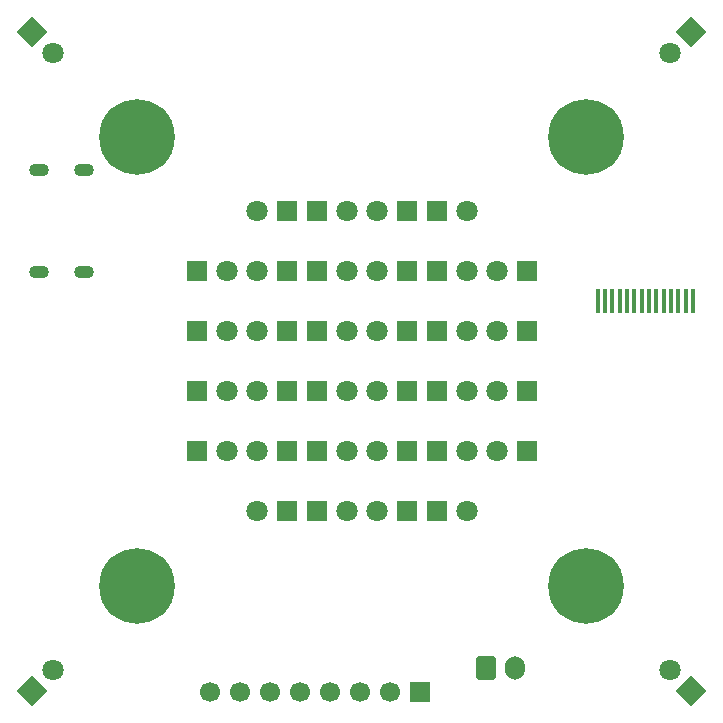
<source format=gbr>
%TF.GenerationSoftware,KiCad,Pcbnew,9.0.5*%
%TF.CreationDate,2025-11-11T20:33:40+08:00*%
%TF.ProjectId,ms,6d732e6b-6963-4616-945f-706362585858,rev?*%
%TF.SameCoordinates,Original*%
%TF.FileFunction,Soldermask,Bot*%
%TF.FilePolarity,Negative*%
%FSLAX46Y46*%
G04 Gerber Fmt 4.6, Leading zero omitted, Abs format (unit mm)*
G04 Created by KiCad (PCBNEW 9.0.5) date 2025-11-11 20:33:40*
%MOMM*%
%LPD*%
G01*
G04 APERTURE LIST*
G04 Aperture macros list*
%AMRoundRect*
0 Rectangle with rounded corners*
0 $1 Rounding radius*
0 $2 $3 $4 $5 $6 $7 $8 $9 X,Y pos of 4 corners*
0 Add a 4 corners polygon primitive as box body*
4,1,4,$2,$3,$4,$5,$6,$7,$8,$9,$2,$3,0*
0 Add four circle primitives for the rounded corners*
1,1,$1+$1,$2,$3*
1,1,$1+$1,$4,$5*
1,1,$1+$1,$6,$7*
1,1,$1+$1,$8,$9*
0 Add four rect primitives between the rounded corners*
20,1,$1+$1,$2,$3,$4,$5,0*
20,1,$1+$1,$4,$5,$6,$7,0*
20,1,$1+$1,$6,$7,$8,$9,0*
20,1,$1+$1,$8,$9,$2,$3,0*%
%AMRotRect*
0 Rectangle, with rotation*
0 The origin of the aperture is its center*
0 $1 length*
0 $2 width*
0 $3 Rotation angle, in degrees counterclockwise*
0 Add horizontal line*
21,1,$1,$2,0,0,$3*%
G04 Aperture macros list end*
%ADD10R,1.800000X1.800000*%
%ADD11C,1.800000*%
%ADD12RoundRect,0.250000X-0.600000X-0.750000X0.600000X-0.750000X0.600000X0.750000X-0.600000X0.750000X0*%
%ADD13O,1.700000X2.000000*%
%ADD14C,6.400000*%
%ADD15RotRect,1.800000X1.800000X315.000000*%
%ADD16R,1.700000X1.700000*%
%ADD17C,1.700000*%
%ADD18RotRect,1.800000X1.800000X45.000000*%
%ADD19RotRect,1.800000X1.800000X225.000000*%
%ADD20RotRect,1.800000X1.800000X135.000000*%
%ADD21O,1.700000X1.100000*%
%ADD22R,0.350000X2.000000*%
G04 APERTURE END LIST*
D10*
%TO.C,D30*%
X146615000Y-117550000D03*
D11*
X149155000Y-117550000D03*
%TD*%
D12*
%TO.C,J2*%
X160925000Y-130850000D03*
D13*
X163425000Y-130850000D03*
%TD*%
D10*
%TO.C,D17*%
X144075000Y-117550000D03*
D11*
X141535000Y-117550000D03*
%TD*%
D14*
%TO.C,H4*%
X131425000Y-123850000D03*
%TD*%
D10*
%TO.C,D11*%
X144075000Y-92150000D03*
D11*
X141535000Y-92150000D03*
%TD*%
D10*
%TO.C,D12*%
X146615000Y-92150000D03*
D11*
X149155000Y-92150000D03*
%TD*%
D10*
%TO.C,D13*%
X136455000Y-97230000D03*
D11*
X138995000Y-97230000D03*
%TD*%
D10*
%TO.C,D23*%
X136455000Y-112470000D03*
D11*
X138995000Y-112470000D03*
%TD*%
D10*
%TO.C,D3*%
X156775000Y-97230000D03*
D11*
X159315000Y-97230000D03*
%TD*%
D10*
%TO.C,D28*%
X154235000Y-112470000D03*
D11*
X151695000Y-112470000D03*
%TD*%
D10*
%TO.C,D31*%
X156775000Y-117550000D03*
D11*
X159315000Y-117550000D03*
%TD*%
D10*
%TO.C,D20*%
X154235000Y-107390000D03*
D11*
X151695000Y-107390000D03*
%TD*%
D10*
%TO.C,D24*%
X146615000Y-107390000D03*
D11*
X149155000Y-107390000D03*
%TD*%
D10*
%TO.C,D1*%
X146615000Y-97230000D03*
D11*
X149155000Y-97230000D03*
%TD*%
D10*
%TO.C,D21*%
X156775000Y-112470000D03*
D11*
X159315000Y-112470000D03*
%TD*%
D10*
%TO.C,D8*%
X156775000Y-92150000D03*
D11*
X159315000Y-92150000D03*
%TD*%
D10*
%TO.C,D15*%
X154235000Y-102310000D03*
D11*
X151695000Y-102310000D03*
%TD*%
D15*
%TO.C,D33*%
X122523439Y-76948439D03*
D11*
X124319490Y-78744490D03*
%TD*%
D10*
%TO.C,D10*%
X164395000Y-97230000D03*
D11*
X161855000Y-97230000D03*
%TD*%
D10*
%TO.C,D18*%
X146615000Y-112470000D03*
D11*
X149155000Y-112470000D03*
%TD*%
D16*
%TO.C,J1*%
X155315000Y-132850000D03*
D17*
X152775000Y-132850000D03*
X150235000Y-132850000D03*
X147695000Y-132850000D03*
X145155000Y-132850000D03*
X142615000Y-132850000D03*
X140075000Y-132850000D03*
X137535000Y-132850000D03*
%TD*%
D10*
%TO.C,D4*%
X154235000Y-92150000D03*
D11*
X151695000Y-92150000D03*
%TD*%
D18*
%TO.C,D36*%
X122523439Y-132751561D03*
D11*
X124319490Y-130955510D03*
%TD*%
D19*
%TO.C,D34*%
X178326561Y-76948439D03*
D11*
X176530510Y-78744490D03*
%TD*%
D10*
%TO.C,D26*%
X154235000Y-117550000D03*
D11*
X151695000Y-117550000D03*
%TD*%
D10*
%TO.C,D25*%
X144075000Y-107390000D03*
D11*
X141535000Y-107390000D03*
%TD*%
D10*
%TO.C,D19*%
X136455000Y-107390000D03*
D11*
X138995000Y-107390000D03*
%TD*%
D10*
%TO.C,D2*%
X144075000Y-97230000D03*
D11*
X141535000Y-97230000D03*
%TD*%
D10*
%TO.C,D22*%
X164395000Y-112470000D03*
D11*
X161855000Y-112470000D03*
%TD*%
D10*
%TO.C,D9*%
X154235000Y-97230000D03*
D11*
X151695000Y-97230000D03*
%TD*%
D14*
%TO.C,H3*%
X169425000Y-85850000D03*
%TD*%
D10*
%TO.C,D27*%
X156775000Y-107390000D03*
D11*
X159315000Y-107390000D03*
%TD*%
D10*
%TO.C,D5*%
X146615000Y-102310000D03*
D11*
X149155000Y-102310000D03*
%TD*%
D14*
%TO.C,H1*%
X169425000Y-123850000D03*
%TD*%
D10*
%TO.C,D6*%
X144075000Y-102310000D03*
D11*
X141535000Y-102310000D03*
%TD*%
D10*
%TO.C,D29*%
X144075000Y-112470000D03*
D11*
X141535000Y-112470000D03*
%TD*%
D10*
%TO.C,D16*%
X164395000Y-102310000D03*
D11*
X161855000Y-102310000D03*
%TD*%
D14*
%TO.C,H2*%
X131425000Y-85850000D03*
%TD*%
D20*
%TO.C,D35*%
X178326561Y-132751561D03*
D11*
X176530510Y-130955510D03*
%TD*%
D10*
%TO.C,D14*%
X156775000Y-102310000D03*
D11*
X159315000Y-102310000D03*
%TD*%
D21*
%TO.C,J3*%
X126900000Y-88630000D03*
X123100000Y-88630000D03*
X126900000Y-97270000D03*
X123100000Y-97270000D03*
%TD*%
D10*
%TO.C,D7*%
X136455000Y-102310000D03*
D11*
X138995000Y-102310000D03*
%TD*%
D10*
%TO.C,D32*%
X164395000Y-107390000D03*
D11*
X161855000Y-107390000D03*
%TD*%
D22*
%TO.C,DS1*%
X178455000Y-99750000D03*
X177835000Y-99750000D03*
X177215000Y-99750000D03*
X176595000Y-99750000D03*
X175975000Y-99750000D03*
X175355000Y-99750000D03*
X174735000Y-99750000D03*
X174115000Y-99750000D03*
X173495000Y-99750000D03*
X172875000Y-99750000D03*
X172255000Y-99750000D03*
X171635000Y-99750000D03*
X171015000Y-99750000D03*
X170395000Y-99750000D03*
%TD*%
M02*

</source>
